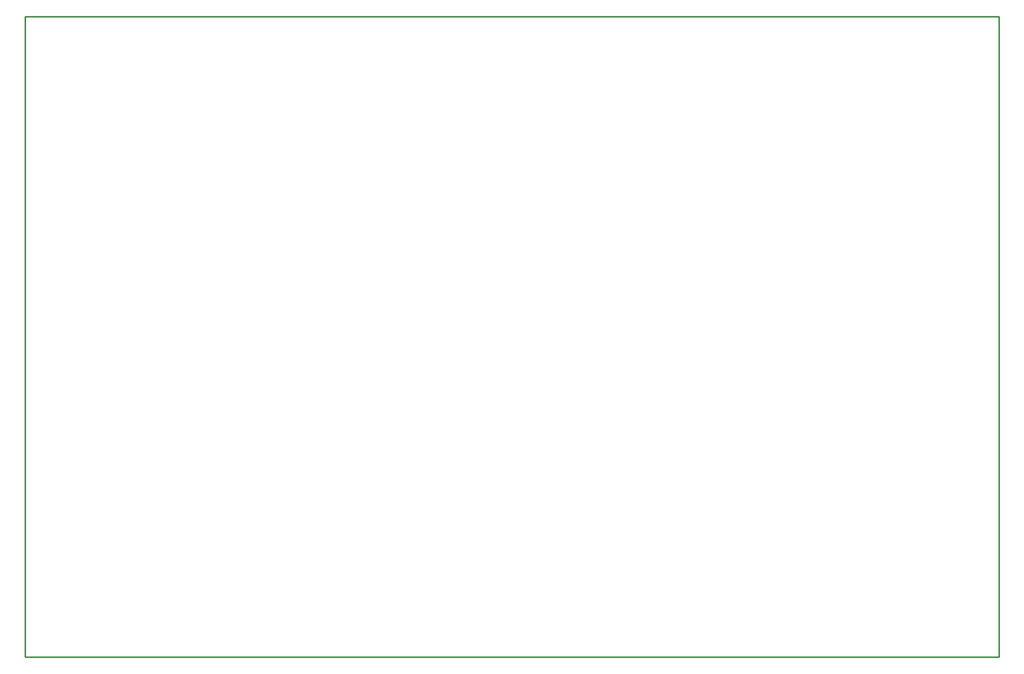
<source format=gbr>
G04 #@! TF.GenerationSoftware,KiCad,Pcbnew,5.1.0-rc2-unknown-036be7d~80~ubuntu16.04.1*
G04 #@! TF.CreationDate,2023-04-28T14:18:08+03:00*
G04 #@! TF.ProjectId,iMX8MPLUS-SOM-EVB_Rev_B,694d5838-4d50-44c5-9553-2d534f4d2d45,B*
G04 #@! TF.SameCoordinates,Original*
G04 #@! TF.FileFunction,Profile,NP*
%FSLAX46Y46*%
G04 Gerber Fmt 4.6, Leading zero omitted, Abs format (unit mm)*
G04 Created by KiCad (PCBNEW 5.1.0-rc2-unknown-036be7d~80~ubuntu16.04.1) date 2023-04-28 14:18:08*
%MOMM*%
%LPD*%
G04 APERTURE LIST*
%ADD10C,0.254000*%
G04 APERTURE END LIST*
D10*
X213300000Y-30300000D02*
X58700000Y-30300000D01*
X58700000Y-30300000D02*
X58700000Y-132100000D01*
X213300000Y-132100000D02*
X213300000Y-30300000D01*
X58700000Y-132100000D02*
X213300000Y-132100000D01*
M02*

</source>
